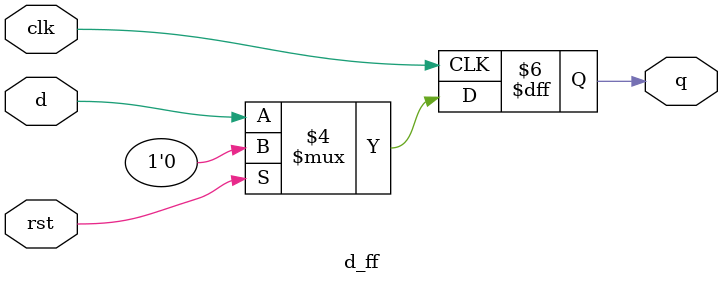
<source format=v>
module d_ff(d,clk,rst,q);
input d;
input clk;
input rst;
output reg q;
always @(posedge clk) begin
   if(rst==1)
        q<=0;
    else 
        q<=d;    
end
endmodule
</source>
